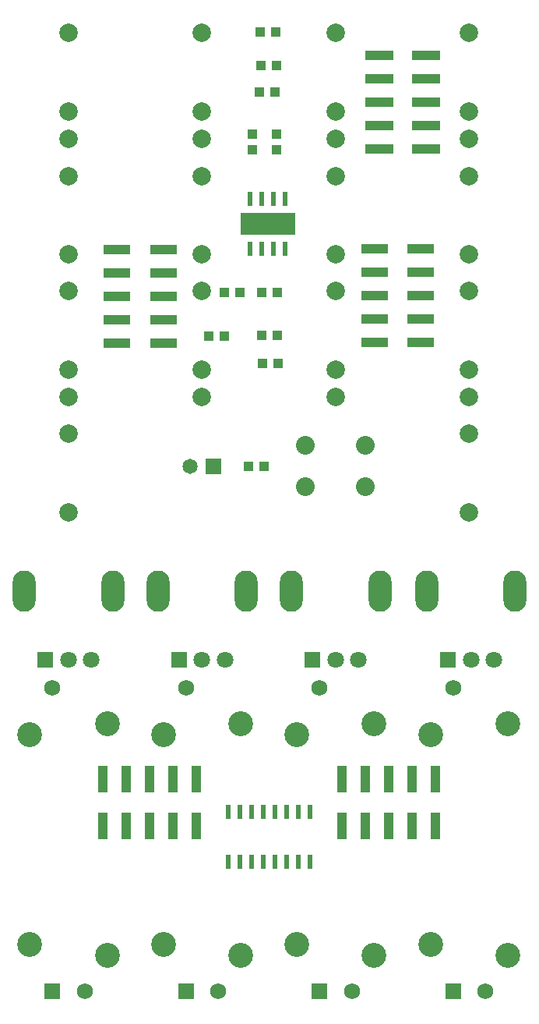
<source format=gbs>
G04 #@! TF.GenerationSoftware,KiCad,Pcbnew,7.0.8*
G04 #@! TF.CreationDate,2024-09-22T18:55:50-04:00*
G04 #@! TF.ProjectId,lichen-four-board,6c696368-656e-42d6-966f-75722d626f61,rev?*
G04 #@! TF.SameCoordinates,Original*
G04 #@! TF.FileFunction,Soldermask,Bot*
G04 #@! TF.FilePolarity,Negative*
%FSLAX46Y46*%
G04 Gerber Fmt 4.6, Leading zero omitted, Abs format (unit mm)*
G04 Created by KiCad (PCBNEW 7.0.8) date 2024-09-22 18:55:50*
%MOMM*%
%LPD*%
G01*
G04 APERTURE LIST*
%ADD10R,1.750000X1.750000*%
%ADD11C,1.750000*%
%ADD12C,2.700000*%
%ADD13C,1.651000*%
%ADD14R,1.651000X1.651000*%
%ADD15O,2.500000X4.500000*%
%ADD16R,1.800000X1.800000*%
%ADD17C,1.800000*%
%ADD18C,2.000000*%
%ADD19C,2.032000*%
%ADD20R,3.000000X1.000000*%
%ADD21R,1.000000X3.000000*%
%ADD22R,1.000000X1.000000*%
%ADD23R,0.600000X1.500000*%
%ADD24R,0.600000X1.550000*%
%ADD25R,6.000000X2.350000*%
%ADD26R,3.150000X1.000000*%
G04 APERTURE END LIST*
D10*
X106777000Y-216390000D03*
D11*
X110277000Y-216390000D03*
X106777000Y-183390000D03*
D12*
X112727000Y-212490000D03*
X104327000Y-211290000D03*
X104327000Y-188490000D03*
X112727000Y-187290000D03*
D13*
X121773000Y-159339000D03*
D14*
X124313000Y-159339000D03*
D10*
X150323000Y-216390000D03*
D11*
X153823000Y-216390000D03*
X150323000Y-183390000D03*
D12*
X156273000Y-212490000D03*
X147873000Y-211290000D03*
X147873000Y-188490000D03*
X156273000Y-187290000D03*
D15*
X118243000Y-172915000D03*
X127843000Y-172915000D03*
D16*
X120543000Y-180415000D03*
D17*
X123043000Y-180415000D03*
X125543000Y-180415000D03*
D18*
X152073000Y-123839000D03*
X152073000Y-112339000D03*
X152073000Y-120839000D03*
X137558000Y-123839000D03*
X137558000Y-112339000D03*
X137558000Y-120839000D03*
X108527000Y-164339000D03*
X108527000Y-155839000D03*
D15*
X132758000Y-172915000D03*
X142358000Y-172915000D03*
D16*
X135058000Y-180415000D03*
D17*
X137558000Y-180415000D03*
X140058000Y-180415000D03*
D18*
X108527000Y-123839000D03*
X108527000Y-112339000D03*
X108527000Y-120839000D03*
X108527000Y-151839000D03*
X108527000Y-140339000D03*
X108527000Y-148839000D03*
X108527000Y-136339000D03*
X108527000Y-127839000D03*
D19*
X134306800Y-157078400D03*
X140809200Y-157078400D03*
X134306800Y-161599600D03*
X140809200Y-161599600D03*
D18*
X137558000Y-136339000D03*
X137558000Y-127839000D03*
D15*
X147465000Y-172915000D03*
X157065000Y-172915000D03*
D16*
X149765000Y-180415000D03*
D17*
X152265000Y-180415000D03*
X154765000Y-180415000D03*
D18*
X152073000Y-136339000D03*
X152073000Y-127839000D03*
D10*
X121293000Y-216390000D03*
D11*
X124793000Y-216390000D03*
X121293000Y-183390000D03*
D12*
X127243000Y-212490000D03*
X118843000Y-211290000D03*
X118843000Y-188490000D03*
X127243000Y-187290000D03*
D10*
X135808000Y-216390000D03*
D11*
X139308000Y-216390000D03*
X135808000Y-183390000D03*
D12*
X141758000Y-212490000D03*
X133358000Y-211290000D03*
X133358000Y-188490000D03*
X141758000Y-187290000D03*
D18*
X152073000Y-151839000D03*
X152073000Y-140339000D03*
X152073000Y-148839000D03*
X123043000Y-123839000D03*
X123043000Y-112339000D03*
X123043000Y-120839000D03*
X123043000Y-151839000D03*
X123043000Y-140339000D03*
X123043000Y-148839000D03*
D20*
X113810000Y-135800000D03*
X113810000Y-138340000D03*
X113810000Y-140880000D03*
X113810000Y-143420000D03*
X113810000Y-145960000D03*
X118850000Y-145960000D03*
X118850000Y-143420000D03*
X118850000Y-140880000D03*
X118850000Y-138340000D03*
X118850000Y-135800000D03*
D21*
X112220000Y-198370000D03*
X114760000Y-198370000D03*
X117300000Y-198370000D03*
X119840000Y-198370000D03*
X122380000Y-198370000D03*
X122380000Y-193330000D03*
X119840000Y-193330000D03*
X117300000Y-193330000D03*
X114760000Y-193330000D03*
X112220000Y-193330000D03*
X138220000Y-198380000D03*
X140760000Y-198380000D03*
X143300000Y-198380000D03*
X145840000Y-198380000D03*
X148380000Y-198380000D03*
X148380000Y-193340000D03*
X145840000Y-193340000D03*
X143300000Y-193340000D03*
X140760000Y-193340000D03*
X138220000Y-193340000D03*
D20*
X141780000Y-135790000D03*
X141780000Y-138330000D03*
X141780000Y-140870000D03*
X141780000Y-143410000D03*
X141780000Y-145950000D03*
X146820000Y-145950000D03*
X146820000Y-143410000D03*
X146820000Y-140870000D03*
X146820000Y-138330000D03*
X146820000Y-135790000D03*
D18*
X123043000Y-136339000D03*
X123043000Y-127839000D03*
D15*
X103727000Y-172915000D03*
X113327000Y-172915000D03*
D16*
X106027000Y-180415000D03*
D17*
X108527000Y-180415000D03*
X111027000Y-180415000D03*
D18*
X152073000Y-164339000D03*
X152073000Y-155839000D03*
X137558000Y-151839000D03*
X137558000Y-140339000D03*
X137558000Y-148839000D03*
D22*
X125500000Y-145200000D03*
X123800000Y-145200000D03*
D23*
X125855000Y-196910000D03*
X127125000Y-196910000D03*
X128395000Y-196910000D03*
X129665000Y-196910000D03*
X130935000Y-196910000D03*
X132205000Y-196910000D03*
X133475000Y-196910000D03*
X134745000Y-196910000D03*
X134745000Y-202310000D03*
X133475000Y-202310000D03*
X132205000Y-202310000D03*
X130935000Y-202310000D03*
X129665000Y-202310000D03*
X128395000Y-202310000D03*
X127125000Y-202310000D03*
X125855000Y-202310000D03*
D22*
X128100000Y-159360000D03*
X129800000Y-159360000D03*
X129390000Y-112260000D03*
X131090000Y-112260000D03*
D24*
X132110000Y-135770000D03*
X130840000Y-135770000D03*
X129570000Y-135770000D03*
X128300000Y-135770000D03*
X128300000Y-130370000D03*
X129570000Y-130370000D03*
X130840000Y-130370000D03*
X132110000Y-130370000D03*
D25*
X130205000Y-133070000D03*
D22*
X129620000Y-148200000D03*
X131320000Y-148200000D03*
X127180000Y-140470000D03*
X125480000Y-140470000D03*
X131240000Y-145140000D03*
X129540000Y-145140000D03*
X128550000Y-124990000D03*
X128550000Y-123290000D03*
X131170000Y-123310000D03*
X131170000Y-125010000D03*
D26*
X142340000Y-124900000D03*
X147390000Y-124900000D03*
X142340000Y-122360000D03*
X147390000Y-122360000D03*
X142340000Y-119820000D03*
X147390000Y-119820000D03*
X142340000Y-117280000D03*
X147390000Y-117280000D03*
X142340000Y-114740000D03*
X147390000Y-114740000D03*
D22*
X131240000Y-140480000D03*
X129540000Y-140480000D03*
X131110000Y-115850000D03*
X129410000Y-115850000D03*
X129280000Y-118750000D03*
X130980000Y-118750000D03*
M02*

</source>
